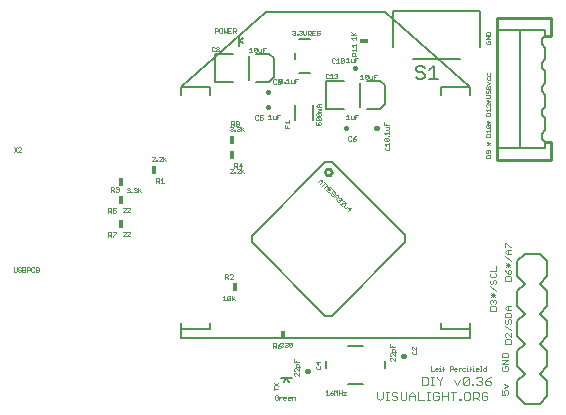
<source format=gto>
G75*
G70*
%OFA0B0*%
%FSLAX24Y24*%
%IPPOS*%
%LPD*%
%AMOC8*
5,1,8,0,0,1.08239X$1,22.5*
%
%ADD10C,0.0010*%
%ADD11C,0.0020*%
%ADD12C,0.0030*%
%ADD13C,0.0160*%
%ADD14C,0.0080*%
%ADD15C,0.0050*%
%ADD16R,0.0280X0.0160*%
%ADD17R,0.0160X0.0280*%
%ADD18C,0.0100*%
D10*
X001630Y004806D02*
X001680Y004806D01*
X001705Y004831D01*
X001705Y004956D01*
X001752Y004931D02*
X001752Y004906D01*
X001777Y004881D01*
X001827Y004881D01*
X001852Y004856D01*
X001852Y004831D01*
X001827Y004806D01*
X001777Y004806D01*
X001752Y004831D01*
X001752Y004931D02*
X001777Y004956D01*
X001827Y004956D01*
X001852Y004931D01*
X001900Y004956D02*
X001975Y004956D01*
X002000Y004931D01*
X002000Y004906D01*
X001975Y004881D01*
X001900Y004881D01*
X001975Y004881D02*
X002000Y004856D01*
X002000Y004831D01*
X001975Y004806D01*
X001900Y004806D01*
X001900Y004956D01*
X002047Y004956D02*
X002047Y004806D01*
X002047Y004856D02*
X002122Y004856D01*
X002147Y004881D01*
X002147Y004931D01*
X002122Y004956D01*
X002047Y004956D01*
X002194Y004931D02*
X002194Y004831D01*
X002219Y004806D01*
X002269Y004806D01*
X002294Y004831D01*
X002342Y004806D02*
X002417Y004806D01*
X002442Y004831D01*
X002442Y004856D01*
X002417Y004881D01*
X002342Y004881D01*
X002294Y004931D02*
X002269Y004956D01*
X002219Y004956D01*
X002194Y004931D01*
X002342Y004956D02*
X002417Y004956D01*
X002442Y004931D01*
X002442Y004906D01*
X002417Y004881D01*
X002342Y004806D02*
X002342Y004956D01*
X001630Y004806D02*
X001605Y004831D01*
X001605Y004956D01*
X004760Y005971D02*
X004760Y006121D01*
X004835Y006121D01*
X004860Y006096D01*
X004860Y006046D01*
X004835Y006021D01*
X004760Y006021D01*
X004810Y006021D02*
X004860Y005971D01*
X004908Y005971D02*
X004908Y005996D01*
X005008Y006096D01*
X005008Y006121D01*
X004908Y006121D01*
X005235Y006121D02*
X005260Y006146D01*
X005310Y006146D01*
X005335Y006121D01*
X005335Y006096D01*
X005235Y005996D01*
X005335Y005996D01*
X005383Y005996D02*
X005483Y006096D01*
X005483Y006121D01*
X005458Y006146D01*
X005408Y006146D01*
X005383Y006121D01*
X005383Y005996D02*
X005483Y005996D01*
X005483Y006796D02*
X005383Y006796D01*
X005483Y006896D01*
X005483Y006921D01*
X005458Y006946D01*
X005408Y006946D01*
X005383Y006921D01*
X005335Y006921D02*
X005310Y006946D01*
X005260Y006946D01*
X005235Y006921D01*
X005335Y006921D02*
X005335Y006896D01*
X005235Y006796D01*
X005335Y006796D01*
X005008Y006796D02*
X004983Y006771D01*
X004933Y006771D01*
X004908Y006796D01*
X004908Y006846D02*
X004958Y006871D01*
X004983Y006871D01*
X005008Y006846D01*
X005008Y006796D01*
X004908Y006846D02*
X004908Y006921D01*
X005008Y006921D01*
X004860Y006896D02*
X004860Y006846D01*
X004835Y006821D01*
X004760Y006821D01*
X004760Y006771D02*
X004760Y006921D01*
X004835Y006921D01*
X004860Y006896D01*
X004810Y006821D02*
X004860Y006771D01*
X004855Y007481D02*
X004855Y007631D01*
X004930Y007631D01*
X004955Y007606D01*
X004955Y007556D01*
X004930Y007531D01*
X004855Y007531D01*
X004905Y007531D02*
X004955Y007481D01*
X005002Y007506D02*
X005027Y007481D01*
X005077Y007481D01*
X005102Y007506D01*
X005102Y007531D01*
X005077Y007556D01*
X005052Y007556D01*
X005077Y007556D02*
X005102Y007581D01*
X005102Y007606D01*
X005077Y007631D01*
X005027Y007631D01*
X005002Y007606D01*
X005380Y007581D02*
X005405Y007606D01*
X005455Y007606D01*
X005480Y007581D01*
X005480Y007556D01*
X005455Y007531D01*
X005480Y007506D01*
X005480Y007481D01*
X005455Y007456D01*
X005405Y007456D01*
X005380Y007481D01*
X005430Y007531D02*
X005455Y007531D01*
X005527Y007481D02*
X005552Y007481D01*
X005552Y007456D01*
X005527Y007456D01*
X005527Y007481D01*
X005601Y007481D02*
X005626Y007456D01*
X005676Y007456D01*
X005701Y007481D01*
X005701Y007506D01*
X005676Y007531D01*
X005651Y007531D01*
X005676Y007531D02*
X005701Y007556D01*
X005701Y007581D01*
X005676Y007606D01*
X005626Y007606D01*
X005601Y007581D01*
X005748Y007606D02*
X005748Y007456D01*
X005748Y007506D02*
X005848Y007606D01*
X005773Y007531D02*
X005848Y007456D01*
X006360Y007771D02*
X006360Y007921D01*
X006435Y007921D01*
X006460Y007896D01*
X006460Y007846D01*
X006435Y007821D01*
X006360Y007821D01*
X006410Y007821D02*
X006460Y007771D01*
X006508Y007771D02*
X006608Y007771D01*
X006558Y007771D02*
X006558Y007921D01*
X006508Y007871D01*
X006535Y008496D02*
X006435Y008496D01*
X006535Y008596D01*
X006535Y008621D01*
X006510Y008646D01*
X006460Y008646D01*
X006435Y008621D01*
X006387Y008521D02*
X006387Y008496D01*
X006362Y008496D01*
X006362Y008521D01*
X006387Y008521D01*
X006314Y008496D02*
X006214Y008496D01*
X006314Y008596D01*
X006314Y008621D01*
X006289Y008646D01*
X006239Y008646D01*
X006214Y008621D01*
X006583Y008646D02*
X006583Y008496D01*
X006583Y008546D02*
X006683Y008646D01*
X006608Y008571D02*
X006683Y008496D01*
X008814Y008221D02*
X008839Y008246D01*
X008889Y008246D01*
X008914Y008221D01*
X008914Y008196D01*
X008814Y008096D01*
X008914Y008096D01*
X008962Y008096D02*
X008987Y008096D01*
X008987Y008121D01*
X008962Y008121D01*
X008962Y008096D01*
X009035Y008096D02*
X009135Y008196D01*
X009135Y008221D01*
X009110Y008246D01*
X009060Y008246D01*
X009035Y008221D01*
X009060Y008271D02*
X009010Y008321D01*
X009035Y008321D02*
X008960Y008321D01*
X008960Y008271D02*
X008960Y008421D01*
X009035Y008421D01*
X009060Y008396D01*
X009060Y008346D01*
X009035Y008321D01*
X009108Y008346D02*
X009208Y008346D01*
X009183Y008421D02*
X009108Y008346D01*
X009183Y008271D02*
X009183Y008421D01*
X009183Y008246D02*
X009183Y008096D01*
X009135Y008096D02*
X009035Y008096D01*
X009183Y008146D02*
X009283Y008246D01*
X009208Y008171D02*
X009283Y008096D01*
X009283Y009496D02*
X009208Y009571D01*
X009183Y009546D02*
X009283Y009646D01*
X009183Y009646D02*
X009183Y009496D01*
X009135Y009521D02*
X009110Y009496D01*
X009060Y009496D01*
X009035Y009521D01*
X008987Y009521D02*
X008987Y009496D01*
X008962Y009496D01*
X008962Y009521D01*
X008987Y009521D01*
X008914Y009521D02*
X008889Y009496D01*
X008839Y009496D01*
X008814Y009521D01*
X008864Y009571D02*
X008889Y009571D01*
X008914Y009546D01*
X008914Y009521D01*
X008889Y009571D02*
X008914Y009596D01*
X008914Y009621D01*
X008889Y009646D01*
X008839Y009646D01*
X008814Y009621D01*
X008860Y009671D02*
X008860Y009821D01*
X008935Y009821D01*
X008960Y009796D01*
X008960Y009746D01*
X008935Y009721D01*
X008860Y009721D01*
X008910Y009721D02*
X008960Y009671D01*
X009008Y009696D02*
X009008Y009721D01*
X009033Y009746D01*
X009083Y009746D01*
X009108Y009721D01*
X009108Y009696D01*
X009083Y009671D01*
X009033Y009671D01*
X009008Y009696D01*
X009033Y009746D02*
X009008Y009771D01*
X009008Y009796D01*
X009033Y009821D01*
X009083Y009821D01*
X009108Y009796D01*
X009108Y009771D01*
X009083Y009746D01*
X009060Y009646D02*
X009110Y009646D01*
X009135Y009621D01*
X009135Y009596D01*
X009110Y009571D01*
X009135Y009546D01*
X009135Y009521D01*
X009110Y009571D02*
X009085Y009571D01*
X009035Y009621D02*
X009060Y009646D01*
X009660Y009896D02*
X009685Y009871D01*
X009735Y009871D01*
X009760Y009896D01*
X009808Y009896D02*
X009833Y009871D01*
X009883Y009871D01*
X009908Y009896D01*
X009908Y009946D01*
X009883Y009971D01*
X009858Y009971D01*
X009808Y009946D01*
X009808Y010021D01*
X009908Y010021D01*
X009760Y009996D02*
X009735Y010021D01*
X009685Y010021D01*
X009660Y009996D01*
X009660Y009896D01*
X010088Y009896D02*
X010188Y009896D01*
X010138Y009896D02*
X010138Y010046D01*
X010088Y009996D01*
X010235Y009996D02*
X010235Y009921D01*
X010260Y009896D01*
X010335Y009896D01*
X010335Y009996D01*
X010383Y009971D02*
X010433Y009971D01*
X010383Y010046D02*
X010483Y010046D01*
X010383Y010046D02*
X010383Y009896D01*
X010645Y009803D02*
X010795Y009803D01*
X010795Y009753D02*
X010795Y009853D01*
X010695Y009753D02*
X010645Y009803D01*
X010645Y009706D02*
X010645Y009606D01*
X010795Y009606D01*
X010720Y009606D02*
X010720Y009656D01*
X011695Y009706D02*
X011770Y009706D01*
X011745Y009756D01*
X011745Y009781D01*
X011770Y009806D01*
X011820Y009806D01*
X011845Y009781D01*
X011845Y009731D01*
X011820Y009706D01*
X011695Y009706D02*
X011695Y009806D01*
X011720Y009853D02*
X011695Y009878D01*
X011695Y009928D01*
X011720Y009953D01*
X011820Y009853D01*
X011845Y009878D01*
X011845Y009928D01*
X011820Y009953D01*
X011720Y009953D01*
X011720Y010000D02*
X011695Y010025D01*
X011695Y010075D01*
X011720Y010100D01*
X011820Y010000D01*
X011845Y010025D01*
X011845Y010075D01*
X011820Y010100D01*
X011720Y010100D01*
X011745Y010148D02*
X011745Y010173D01*
X011770Y010198D01*
X011745Y010223D01*
X011770Y010248D01*
X011845Y010248D01*
X011845Y010295D02*
X011745Y010295D01*
X011695Y010345D01*
X011745Y010395D01*
X011845Y010395D01*
X011770Y010395D02*
X011770Y010295D01*
X011770Y010198D02*
X011845Y010198D01*
X011845Y010148D02*
X011745Y010148D01*
X011720Y010000D02*
X011820Y010000D01*
X011820Y009853D02*
X011720Y009853D01*
X012688Y009896D02*
X012788Y009896D01*
X012738Y009896D02*
X012738Y010046D01*
X012688Y009996D01*
X012835Y009996D02*
X012835Y009921D01*
X012860Y009896D01*
X012935Y009896D01*
X012935Y009996D01*
X012983Y009971D02*
X013033Y009971D01*
X012983Y010046D02*
X013083Y010046D01*
X012983Y010046D02*
X012983Y009896D01*
X013008Y009321D02*
X012958Y009296D01*
X012908Y009246D01*
X012983Y009246D01*
X013008Y009221D01*
X013008Y009196D01*
X012983Y009171D01*
X012933Y009171D01*
X012908Y009196D01*
X012908Y009246D01*
X012860Y009296D02*
X012835Y009321D01*
X012785Y009321D01*
X012760Y009296D01*
X012760Y009196D01*
X012785Y009171D01*
X012835Y009171D01*
X012860Y009196D01*
X013955Y009193D02*
X013980Y009168D01*
X014080Y009168D01*
X013980Y009268D01*
X014080Y009268D01*
X014105Y009243D01*
X014105Y009193D01*
X014080Y009168D01*
X014130Y009108D02*
X014130Y009008D01*
X014130Y009058D02*
X013980Y009058D01*
X014030Y009008D01*
X014005Y008961D02*
X013980Y008936D01*
X013980Y008886D01*
X014005Y008861D01*
X014105Y008861D01*
X014130Y008886D01*
X014130Y008936D01*
X014105Y008961D01*
X013955Y009193D02*
X013955Y009243D01*
X013980Y009268D01*
X014080Y009315D02*
X014080Y009340D01*
X014105Y009340D01*
X014105Y009315D01*
X014080Y009315D01*
X014105Y009389D02*
X014105Y009489D01*
X014105Y009439D02*
X013955Y009439D01*
X014005Y009389D01*
X014005Y009536D02*
X014080Y009536D01*
X014105Y009561D01*
X014105Y009636D01*
X014005Y009636D01*
X014030Y009683D02*
X014030Y009733D01*
X014105Y009683D02*
X013955Y009683D01*
X013955Y009783D01*
X013608Y011230D02*
X013608Y011380D01*
X013708Y011380D01*
X013658Y011305D02*
X013608Y011305D01*
X013560Y011330D02*
X013560Y011230D01*
X013485Y011230D01*
X013460Y011255D01*
X013460Y011330D01*
X013413Y011355D02*
X013313Y011255D01*
X013338Y011230D01*
X013388Y011230D01*
X013413Y011255D01*
X013413Y011355D01*
X013388Y011380D01*
X013338Y011380D01*
X013313Y011355D01*
X013313Y011255D01*
X013266Y011230D02*
X013166Y011230D01*
X013216Y011230D02*
X013216Y011380D01*
X013166Y011330D01*
X012983Y011796D02*
X012983Y011946D01*
X013083Y011946D01*
X013030Y012014D02*
X012880Y012014D01*
X012880Y012089D01*
X012905Y012114D01*
X012955Y012114D01*
X012980Y012089D01*
X012980Y012014D01*
X012980Y012064D02*
X013030Y012114D01*
X013030Y012161D02*
X013030Y012261D01*
X013030Y012308D02*
X013030Y012408D01*
X013030Y012358D02*
X012880Y012358D01*
X012930Y012308D01*
X012880Y012211D02*
X013030Y012211D01*
X012930Y012161D02*
X012880Y012211D01*
X012738Y011946D02*
X012738Y011796D01*
X012688Y011796D02*
X012788Y011796D01*
X012835Y011821D02*
X012860Y011796D01*
X012935Y011796D01*
X012935Y011896D01*
X012983Y011871D02*
X013033Y011871D01*
X012835Y011896D02*
X012835Y011821D01*
X012738Y011946D02*
X012688Y011896D01*
X012608Y011896D02*
X012583Y011921D01*
X012533Y011921D01*
X012508Y011896D01*
X012508Y011796D01*
X012608Y011896D01*
X012608Y011796D01*
X012583Y011771D01*
X012533Y011771D01*
X012508Y011796D01*
X012460Y011771D02*
X012360Y011771D01*
X012410Y011771D02*
X012410Y011921D01*
X012360Y011871D01*
X012313Y011896D02*
X012288Y011921D01*
X012238Y011921D01*
X012213Y011896D01*
X012213Y011796D01*
X012238Y011771D01*
X012288Y011771D01*
X012313Y011796D01*
X012325Y011399D02*
X012375Y011399D01*
X012400Y011374D01*
X012400Y011349D01*
X012375Y011324D01*
X012400Y011299D01*
X012400Y011274D01*
X012375Y011249D01*
X012325Y011249D01*
X012300Y011274D01*
X012252Y011249D02*
X012152Y011249D01*
X012202Y011249D02*
X012202Y011399D01*
X012152Y011349D01*
X012105Y011374D02*
X012080Y011399D01*
X012030Y011399D01*
X012005Y011374D01*
X012005Y011274D01*
X012030Y011249D01*
X012080Y011249D01*
X012105Y011274D01*
X012300Y011374D02*
X012325Y011399D01*
X012350Y011324D02*
X012375Y011324D01*
X011083Y011246D02*
X010983Y011246D01*
X010983Y011096D01*
X010935Y011096D02*
X010935Y011196D01*
X010983Y011171D02*
X011033Y011171D01*
X010935Y011096D02*
X010860Y011096D01*
X010835Y011121D01*
X010835Y011196D01*
X010738Y011246D02*
X010738Y011096D01*
X010688Y011096D02*
X010788Y011096D01*
X010688Y011196D02*
X010738Y011246D01*
X010639Y011121D02*
X010639Y011096D01*
X010614Y011096D01*
X010614Y011121D01*
X010639Y011121D01*
X010567Y011121D02*
X010542Y011096D01*
X010492Y011096D01*
X010467Y011121D01*
X010567Y011221D01*
X010567Y011121D01*
X010508Y011146D02*
X010433Y011146D01*
X010408Y011171D01*
X010408Y011196D01*
X010433Y011221D01*
X010483Y011221D01*
X010508Y011196D01*
X010508Y011096D01*
X010483Y011071D01*
X010433Y011071D01*
X010408Y011096D01*
X010360Y011096D02*
X010335Y011071D01*
X010285Y011071D01*
X010260Y011096D01*
X010260Y011196D01*
X010285Y011221D01*
X010335Y011221D01*
X010360Y011196D01*
X010467Y011221D02*
X010492Y011246D01*
X010542Y011246D01*
X010567Y011221D01*
X010467Y011221D02*
X010467Y011121D01*
X009908Y012130D02*
X009908Y012280D01*
X010008Y012280D01*
X009958Y012205D02*
X009908Y012205D01*
X009860Y012230D02*
X009860Y012130D01*
X009785Y012130D01*
X009760Y012155D01*
X009760Y012230D01*
X009713Y012255D02*
X009613Y012155D01*
X009638Y012130D01*
X009688Y012130D01*
X009713Y012155D01*
X009713Y012255D01*
X009688Y012280D01*
X009638Y012280D01*
X009613Y012255D01*
X009613Y012155D01*
X009566Y012130D02*
X009466Y012130D01*
X009516Y012130D02*
X009516Y012280D01*
X009466Y012230D01*
X009008Y012771D02*
X008958Y012821D01*
X008983Y012821D02*
X008908Y012821D01*
X008908Y012771D02*
X008908Y012921D01*
X008983Y012921D01*
X009008Y012896D01*
X009008Y012846D01*
X008983Y012821D01*
X008860Y012771D02*
X008760Y012771D01*
X008760Y012921D01*
X008860Y012921D01*
X008810Y012846D02*
X008760Y012846D01*
X008713Y012771D02*
X008713Y012921D01*
X008613Y012921D02*
X008613Y012771D01*
X008663Y012821D01*
X008713Y012771D01*
X008566Y012796D02*
X008566Y012896D01*
X008541Y012921D01*
X008491Y012921D01*
X008466Y012896D01*
X008466Y012796D01*
X008491Y012771D01*
X008541Y012771D01*
X008566Y012796D01*
X008418Y012846D02*
X008393Y012821D01*
X008318Y012821D01*
X008318Y012771D02*
X008318Y012921D01*
X008393Y012921D01*
X008418Y012896D01*
X008418Y012846D01*
X008427Y012299D02*
X008452Y012274D01*
X008452Y012249D01*
X008427Y012224D01*
X008377Y012224D01*
X008352Y012249D01*
X008352Y012274D01*
X008377Y012299D01*
X008427Y012299D01*
X008427Y012224D02*
X008452Y012199D01*
X008452Y012174D01*
X008427Y012149D01*
X008377Y012149D01*
X008352Y012174D01*
X008352Y012199D01*
X008377Y012224D01*
X008305Y012174D02*
X008280Y012149D01*
X008230Y012149D01*
X008205Y012174D01*
X008205Y012274D01*
X008230Y012299D01*
X008280Y012299D01*
X008305Y012274D01*
X010897Y012721D02*
X010922Y012696D01*
X010972Y012696D01*
X010997Y012721D01*
X010997Y012746D01*
X010972Y012771D01*
X010947Y012771D01*
X010972Y012771D02*
X010997Y012796D01*
X010997Y012821D01*
X010972Y012846D01*
X010922Y012846D01*
X010897Y012821D01*
X011045Y012721D02*
X011070Y012721D01*
X011070Y012696D01*
X011045Y012696D01*
X011045Y012721D01*
X011118Y012721D02*
X011143Y012696D01*
X011193Y012696D01*
X011218Y012721D01*
X011218Y012746D01*
X011193Y012771D01*
X011168Y012771D01*
X011193Y012771D02*
X011218Y012796D01*
X011218Y012821D01*
X011193Y012846D01*
X011143Y012846D01*
X011118Y012821D01*
X011266Y012846D02*
X011266Y012746D01*
X011316Y012696D01*
X011366Y012746D01*
X011366Y012846D01*
X011413Y012846D02*
X011488Y012846D01*
X011513Y012821D01*
X011513Y012771D01*
X011488Y012746D01*
X011413Y012746D01*
X011463Y012746D02*
X011513Y012696D01*
X011560Y012696D02*
X011660Y012696D01*
X011708Y012721D02*
X011708Y012821D01*
X011733Y012846D01*
X011783Y012846D01*
X011808Y012821D01*
X011808Y012771D02*
X011758Y012771D01*
X011808Y012771D02*
X011808Y012721D01*
X011783Y012696D01*
X011733Y012696D01*
X011708Y012721D01*
X011610Y012771D02*
X011560Y012771D01*
X011560Y012846D02*
X011560Y012696D01*
X011413Y012696D02*
X011413Y012846D01*
X011560Y012846D02*
X011660Y012846D01*
X012855Y012783D02*
X012955Y012683D01*
X012930Y012708D02*
X013005Y012783D01*
X013005Y012683D02*
X012855Y012683D01*
X012855Y012586D02*
X013005Y012586D01*
X013005Y012536D02*
X013005Y012636D01*
X012905Y012536D02*
X012855Y012586D01*
X017345Y012553D02*
X017495Y012653D01*
X017345Y012653D01*
X017345Y012700D02*
X017345Y012775D01*
X017370Y012800D01*
X017470Y012800D01*
X017495Y012775D01*
X017495Y012700D01*
X017345Y012700D01*
X017345Y012553D02*
X017495Y012553D01*
X017470Y012506D02*
X017420Y012506D01*
X017420Y012456D01*
X017470Y012506D02*
X017495Y012481D01*
X017495Y012431D01*
X017470Y012406D01*
X017370Y012406D01*
X017345Y012431D01*
X017345Y012481D01*
X017370Y012506D01*
X017395Y011442D02*
X017395Y011367D01*
X017420Y011342D01*
X017470Y011342D01*
X017495Y011367D01*
X017495Y011442D01*
X017495Y011295D02*
X017495Y011220D01*
X017470Y011195D01*
X017420Y011195D01*
X017395Y011220D01*
X017395Y011295D01*
X017395Y011148D02*
X017495Y011098D01*
X017395Y011048D01*
X017395Y011000D02*
X017420Y010975D01*
X017420Y010900D01*
X017445Y010853D02*
X017470Y010853D01*
X017495Y010828D01*
X017495Y010778D01*
X017470Y010753D01*
X017470Y010706D02*
X017345Y010706D01*
X017370Y010753D02*
X017395Y010753D01*
X017420Y010778D01*
X017420Y010828D01*
X017445Y010853D01*
X017495Y010900D02*
X017345Y010900D01*
X017345Y010975D01*
X017370Y011000D01*
X017395Y011000D01*
X017420Y010975D02*
X017445Y011000D01*
X017470Y011000D01*
X017495Y010975D01*
X017495Y010900D01*
X017370Y010853D02*
X017345Y010828D01*
X017345Y010778D01*
X017370Y010753D01*
X017470Y010706D02*
X017495Y010681D01*
X017495Y010631D01*
X017470Y010606D01*
X017345Y010606D01*
X017370Y010548D02*
X017470Y010448D01*
X017470Y010400D02*
X017495Y010375D01*
X017495Y010325D01*
X017470Y010300D01*
X017495Y010253D02*
X017495Y010153D01*
X017495Y010203D02*
X017345Y010203D01*
X017395Y010153D01*
X017370Y010106D02*
X017345Y010081D01*
X017345Y010006D01*
X017495Y010006D01*
X017495Y010081D01*
X017470Y010106D01*
X017370Y010106D01*
X017370Y010300D02*
X017345Y010325D01*
X017345Y010375D01*
X017370Y010400D01*
X017395Y010400D01*
X017420Y010375D01*
X017445Y010400D01*
X017470Y010400D01*
X017420Y010375D02*
X017420Y010350D01*
X017420Y010448D02*
X017420Y010548D01*
X017470Y010548D02*
X017370Y010448D01*
X017370Y010498D02*
X017470Y010498D01*
X017470Y009848D02*
X017370Y009748D01*
X017370Y009700D02*
X017470Y009600D01*
X017495Y009625D01*
X017495Y009675D01*
X017470Y009700D01*
X017370Y009700D01*
X017345Y009675D01*
X017345Y009625D01*
X017370Y009600D01*
X017470Y009600D01*
X017495Y009553D02*
X017495Y009453D01*
X017495Y009503D02*
X017345Y009503D01*
X017395Y009453D01*
X017370Y009406D02*
X017345Y009381D01*
X017345Y009306D01*
X017495Y009306D01*
X017495Y009381D01*
X017470Y009406D01*
X017370Y009406D01*
X017370Y009148D02*
X017470Y009048D01*
X017470Y009098D02*
X017370Y009098D01*
X017370Y009048D02*
X017470Y009148D01*
X017420Y009148D02*
X017420Y009048D01*
X017420Y008853D02*
X017420Y008778D01*
X017395Y008753D01*
X017370Y008753D01*
X017345Y008778D01*
X017345Y008828D01*
X017370Y008853D01*
X017470Y008853D01*
X017495Y008828D01*
X017495Y008778D01*
X017470Y008753D01*
X017470Y008706D02*
X017370Y008706D01*
X017345Y008681D01*
X017345Y008606D01*
X017495Y008606D01*
X017495Y008681D01*
X017470Y008706D01*
X017470Y009748D02*
X017370Y009848D01*
X017420Y009848D02*
X017420Y009748D01*
X017470Y009798D02*
X017370Y009798D01*
X012849Y006927D02*
X012743Y006820D01*
X012813Y006856D02*
X012742Y006926D01*
X012849Y006927D01*
X012762Y007013D02*
X012674Y006924D01*
X012638Y006924D01*
X012603Y006960D01*
X012603Y006995D01*
X012691Y007084D01*
X012640Y007099D02*
X012640Y007135D01*
X012604Y007170D01*
X012569Y007170D01*
X012536Y007203D02*
X012518Y007185D01*
X012482Y007185D01*
X012483Y007150D01*
X012465Y007132D01*
X012429Y007132D01*
X012394Y007168D01*
X012394Y007203D01*
X012343Y007219D02*
X012414Y007289D01*
X012413Y007360D01*
X012343Y007360D01*
X012272Y007289D01*
X012256Y007340D02*
X012291Y007376D01*
X012256Y007411D01*
X012256Y007340D02*
X012221Y007340D01*
X012185Y007376D01*
X012185Y007411D01*
X012256Y007482D01*
X012291Y007482D01*
X012327Y007447D01*
X012327Y007411D01*
X012325Y007342D02*
X012396Y007272D01*
X012465Y007274D02*
X012500Y007274D01*
X012535Y007239D01*
X012536Y007203D01*
X012482Y007185D02*
X012465Y007203D01*
X012481Y007081D02*
X012622Y007082D01*
X012640Y007099D01*
X012552Y007011D02*
X012481Y007081D01*
X012134Y007427D02*
X012063Y007497D01*
X012169Y007604D01*
X012240Y007533D01*
X012152Y007515D02*
X012116Y007550D01*
X012030Y007531D02*
X012136Y007637D01*
X012065Y007637D01*
X012065Y007708D01*
X011959Y007601D01*
X011890Y007670D02*
X011996Y007776D01*
X012031Y007741D02*
X011961Y007812D01*
X011892Y007809D02*
X011821Y007739D01*
X011874Y007792D02*
X011803Y007862D01*
X011821Y007880D02*
X011892Y007880D01*
X011892Y007809D01*
X011821Y007880D02*
X011750Y007809D01*
X008877Y004731D02*
X008827Y004731D01*
X008802Y004706D01*
X008755Y004706D02*
X008755Y004656D01*
X008730Y004631D01*
X008655Y004631D01*
X008705Y004631D02*
X008755Y004581D01*
X008802Y004581D02*
X008902Y004681D01*
X008902Y004706D01*
X008877Y004731D01*
X008755Y004706D02*
X008730Y004731D01*
X008655Y004731D01*
X008655Y004581D01*
X008802Y004581D02*
X008902Y004581D01*
X008875Y004006D02*
X008875Y003856D01*
X008875Y003906D02*
X008975Y004006D01*
X008900Y003931D02*
X008975Y003856D01*
X008827Y003881D02*
X008802Y003856D01*
X008752Y003856D01*
X008727Y003881D01*
X008827Y003981D01*
X008827Y003881D01*
X008727Y003881D02*
X008727Y003981D01*
X008752Y004006D01*
X008802Y004006D01*
X008827Y003981D01*
X008680Y003856D02*
X008580Y003856D01*
X008630Y003856D02*
X008630Y004006D01*
X008580Y003956D01*
X010488Y002421D02*
X010513Y002446D01*
X010563Y002446D01*
X010588Y002421D01*
X010588Y002396D01*
X010563Y002371D01*
X010588Y002346D01*
X010588Y002321D01*
X010563Y002296D01*
X010513Y002296D01*
X010488Y002321D01*
X010508Y002321D02*
X010483Y002346D01*
X010408Y002346D01*
X010408Y002296D01*
X010433Y002271D01*
X010483Y002271D01*
X010508Y002296D01*
X010508Y002321D01*
X010538Y002371D02*
X010563Y002371D01*
X010508Y002421D02*
X010458Y002396D01*
X010408Y002346D01*
X010360Y002346D02*
X010335Y002321D01*
X010260Y002321D01*
X010260Y002271D02*
X010260Y002421D01*
X010335Y002421D01*
X010360Y002396D01*
X010360Y002346D01*
X010310Y002321D02*
X010360Y002271D01*
X010635Y002321D02*
X010660Y002296D01*
X010710Y002296D01*
X010735Y002321D01*
X010735Y002346D01*
X010710Y002371D01*
X010685Y002371D01*
X010710Y002371D02*
X010735Y002396D01*
X010735Y002421D01*
X010710Y002446D01*
X010660Y002446D01*
X010635Y002421D01*
X010783Y002421D02*
X010808Y002446D01*
X010858Y002446D01*
X010883Y002421D01*
X010783Y002321D01*
X010808Y002296D01*
X010858Y002296D01*
X010883Y002321D01*
X010883Y002421D01*
X010783Y002421D02*
X010783Y002321D01*
X010955Y001883D02*
X010955Y001783D01*
X011105Y001783D01*
X011080Y001736D02*
X011105Y001711D01*
X011105Y001636D01*
X011105Y001589D02*
X011105Y001489D01*
X011005Y001589D01*
X010980Y001589D01*
X010955Y001564D01*
X010955Y001514D01*
X010980Y001489D01*
X010980Y001441D02*
X010955Y001416D01*
X010955Y001366D01*
X010980Y001341D01*
X010980Y001441D02*
X011005Y001441D01*
X011105Y001341D01*
X011105Y001441D01*
X011155Y001636D02*
X011005Y001636D01*
X011005Y001711D01*
X011030Y001736D01*
X011080Y001736D01*
X011030Y001783D02*
X011030Y001833D01*
X011680Y001783D02*
X011755Y001708D01*
X011755Y001808D01*
X011830Y001783D02*
X011680Y001783D01*
X011705Y001661D02*
X011680Y001636D01*
X011680Y001586D01*
X011705Y001561D01*
X011805Y001561D01*
X011830Y001586D01*
X011830Y001636D01*
X011805Y001661D01*
X012055Y000856D02*
X012055Y000706D01*
X012005Y000706D02*
X012105Y000706D01*
X012152Y000731D02*
X012177Y000706D01*
X012227Y000706D01*
X012252Y000731D01*
X012252Y000756D01*
X012227Y000781D01*
X012152Y000781D01*
X012152Y000731D01*
X012152Y000781D02*
X012202Y000831D01*
X012252Y000856D01*
X012300Y000856D02*
X012300Y000706D01*
X012400Y000706D02*
X012400Y000856D01*
X012350Y000806D01*
X012300Y000856D01*
X012447Y000856D02*
X012447Y000706D01*
X012447Y000781D02*
X012547Y000781D01*
X012594Y000806D02*
X012694Y000806D01*
X012594Y000706D01*
X012694Y000706D01*
X012547Y000706D02*
X012547Y000856D01*
X012055Y000856D02*
X012005Y000806D01*
X010983Y000621D02*
X010983Y000546D01*
X010983Y000621D02*
X010958Y000646D01*
X010883Y000646D01*
X010883Y000546D01*
X010835Y000596D02*
X010735Y000596D01*
X010735Y000621D02*
X010760Y000646D01*
X010810Y000646D01*
X010835Y000621D01*
X010835Y000596D01*
X010810Y000546D02*
X010760Y000546D01*
X010735Y000571D01*
X010735Y000621D01*
X010688Y000621D02*
X010688Y000596D01*
X010588Y000596D01*
X010588Y000621D02*
X010613Y000646D01*
X010663Y000646D01*
X010688Y000621D01*
X010663Y000546D02*
X010613Y000546D01*
X010588Y000571D01*
X010588Y000621D01*
X010540Y000646D02*
X010515Y000646D01*
X010465Y000596D01*
X010465Y000546D02*
X010465Y000646D01*
X010418Y000671D02*
X010393Y000696D01*
X010343Y000696D01*
X010318Y000671D01*
X010318Y000571D01*
X010343Y000546D01*
X010393Y000546D01*
X010418Y000571D01*
X010418Y000621D01*
X010368Y000621D01*
X010270Y000856D02*
X010270Y000956D01*
X010270Y001003D02*
X010420Y001103D01*
X010420Y001003D02*
X010270Y001103D01*
X010270Y000906D02*
X010420Y000906D01*
X014155Y001866D02*
X014180Y001841D01*
X014155Y001866D02*
X014155Y001916D01*
X014180Y001941D01*
X014205Y001941D01*
X014305Y001841D01*
X014305Y001941D01*
X014305Y001989D02*
X014205Y002089D01*
X014180Y002089D01*
X014155Y002064D01*
X014155Y002014D01*
X014180Y001989D01*
X014305Y001989D02*
X014305Y002089D01*
X014305Y002136D02*
X014305Y002211D01*
X014280Y002236D01*
X014230Y002236D01*
X014205Y002211D01*
X014205Y002136D01*
X014355Y002136D01*
X014305Y002283D02*
X014155Y002283D01*
X014155Y002383D01*
X014230Y002333D02*
X014230Y002283D01*
X014880Y002283D02*
X014880Y002233D01*
X014905Y002208D01*
X014905Y002161D02*
X014880Y002136D01*
X014880Y002086D01*
X014905Y002061D01*
X015005Y002061D01*
X015030Y002086D01*
X015030Y002136D01*
X015005Y002161D01*
X015030Y002208D02*
X014930Y002308D01*
X014905Y002308D01*
X014880Y002283D01*
X015030Y002308D02*
X015030Y002208D01*
X015505Y001656D02*
X015505Y001506D01*
X015605Y001506D01*
X015652Y001531D02*
X015652Y001581D01*
X015677Y001606D01*
X015727Y001606D01*
X015752Y001581D01*
X015752Y001556D01*
X015652Y001556D01*
X015652Y001531D02*
X015677Y001506D01*
X015727Y001506D01*
X015800Y001506D02*
X015850Y001506D01*
X015825Y001506D02*
X015825Y001606D01*
X015800Y001606D01*
X015825Y001656D02*
X015825Y001681D01*
X015923Y001631D02*
X015948Y001656D01*
X015923Y001631D02*
X015923Y001506D01*
X015898Y001581D02*
X015948Y001581D01*
X016143Y001556D02*
X016218Y001556D01*
X016243Y001581D01*
X016243Y001631D01*
X016218Y001656D01*
X016143Y001656D01*
X016143Y001506D01*
X016291Y001531D02*
X016291Y001581D01*
X016316Y001606D01*
X016366Y001606D01*
X016391Y001581D01*
X016391Y001556D01*
X016291Y001556D01*
X016291Y001531D02*
X016316Y001506D01*
X016366Y001506D01*
X016438Y001506D02*
X016438Y001606D01*
X016488Y001606D02*
X016513Y001606D01*
X016488Y001606D02*
X016438Y001556D01*
X016561Y001581D02*
X016561Y001531D01*
X016586Y001506D01*
X016661Y001506D01*
X016708Y001506D02*
X016758Y001506D01*
X016733Y001506D02*
X016733Y001606D01*
X016708Y001606D01*
X016661Y001606D02*
X016586Y001606D01*
X016561Y001581D01*
X016733Y001656D02*
X016733Y001681D01*
X016831Y001631D02*
X016831Y001506D01*
X016905Y001506D02*
X016955Y001506D01*
X016930Y001506D02*
X016930Y001606D01*
X016905Y001606D01*
X016856Y001581D02*
X016806Y001581D01*
X016831Y001631D02*
X016856Y001656D01*
X016930Y001656D02*
X016930Y001681D01*
X017003Y001581D02*
X017028Y001606D01*
X017078Y001606D01*
X017103Y001581D01*
X017103Y001556D01*
X017003Y001556D01*
X017003Y001531D02*
X017003Y001581D01*
X017003Y001531D02*
X017028Y001506D01*
X017078Y001506D01*
X017150Y001506D02*
X017200Y001506D01*
X017175Y001506D02*
X017175Y001656D01*
X017150Y001656D01*
X017248Y001581D02*
X017248Y001531D01*
X017273Y001506D01*
X017348Y001506D01*
X017348Y001656D01*
X017348Y001606D02*
X017273Y001606D01*
X017248Y001581D01*
X001852Y008806D02*
X001752Y008806D01*
X001852Y008906D01*
X001852Y008931D01*
X001827Y008956D01*
X001777Y008956D01*
X001752Y008931D01*
X001705Y008956D02*
X001605Y008806D01*
X001705Y008806D02*
X001605Y008956D01*
D11*
X017470Y004837D02*
X017690Y004837D01*
X017690Y004983D01*
X017653Y004762D02*
X017690Y004726D01*
X017690Y004652D01*
X017653Y004616D01*
X017507Y004616D01*
X017470Y004652D01*
X017470Y004726D01*
X017507Y004762D01*
X017507Y004541D02*
X017470Y004505D01*
X017470Y004431D01*
X017507Y004395D01*
X017543Y004395D01*
X017580Y004431D01*
X017580Y004505D01*
X017617Y004541D01*
X017653Y004541D01*
X017690Y004505D01*
X017690Y004431D01*
X017653Y004395D01*
X017470Y004320D02*
X017690Y004174D01*
X017653Y004099D02*
X017507Y003953D01*
X017580Y003953D02*
X017580Y004099D01*
X017507Y004099D02*
X017653Y003953D01*
X017653Y004026D02*
X017507Y004026D01*
X017507Y003878D02*
X017543Y003878D01*
X017580Y003842D01*
X017617Y003878D01*
X017653Y003878D01*
X017690Y003842D01*
X017690Y003768D01*
X017653Y003732D01*
X017653Y003657D02*
X017507Y003657D01*
X017470Y003621D01*
X017470Y003511D01*
X017690Y003511D01*
X017690Y003621D01*
X017653Y003657D01*
X017507Y003732D02*
X017470Y003768D01*
X017470Y003842D01*
X017507Y003878D01*
X017580Y003842D02*
X017580Y003805D01*
X017970Y003589D02*
X018043Y003662D01*
X018190Y003662D01*
X018080Y003662D02*
X018080Y003516D01*
X018043Y003516D02*
X017970Y003589D01*
X018043Y003516D02*
X018190Y003516D01*
X018153Y003441D02*
X018007Y003441D01*
X017970Y003405D01*
X017970Y003295D01*
X018190Y003295D01*
X018190Y003405D01*
X018153Y003441D01*
X018153Y003220D02*
X018190Y003184D01*
X018190Y003110D01*
X018153Y003074D01*
X018080Y003110D02*
X018080Y003184D01*
X018117Y003220D01*
X018153Y003220D01*
X018080Y003110D02*
X018043Y003074D01*
X018007Y003074D01*
X017970Y003110D01*
X017970Y003184D01*
X018007Y003220D01*
X017970Y002999D02*
X018190Y002853D01*
X018190Y002778D02*
X018190Y002632D01*
X018043Y002778D01*
X018007Y002778D01*
X017970Y002742D01*
X017970Y002668D01*
X018007Y002632D01*
X018007Y002557D02*
X017970Y002521D01*
X017970Y002411D01*
X018190Y002411D01*
X018190Y002521D01*
X018153Y002557D01*
X018007Y002557D01*
X018053Y002099D02*
X017907Y002099D01*
X017870Y002063D01*
X017870Y001953D01*
X018090Y001953D01*
X018090Y002063D01*
X018053Y002099D01*
X018090Y001878D02*
X017870Y001878D01*
X017870Y001732D02*
X018090Y001878D01*
X018090Y001732D02*
X017870Y001732D01*
X017907Y001657D02*
X017870Y001621D01*
X017870Y001547D01*
X017907Y001511D01*
X018053Y001511D01*
X018090Y001547D01*
X018090Y001621D01*
X018053Y001657D01*
X017980Y001657D01*
X017980Y001584D01*
X017943Y001078D02*
X018090Y001005D01*
X017943Y000932D01*
X017980Y000857D02*
X018053Y000857D01*
X018090Y000821D01*
X018090Y000747D01*
X018053Y000711D01*
X017980Y000711D02*
X017943Y000784D01*
X017943Y000821D01*
X017980Y000857D01*
X017870Y000857D02*
X017870Y000711D01*
X017980Y000711D01*
X017970Y004511D02*
X017970Y004621D01*
X018007Y004657D01*
X018153Y004657D01*
X018190Y004621D01*
X018190Y004511D01*
X017970Y004511D01*
X018080Y004732D02*
X018080Y004842D01*
X018117Y004878D01*
X018153Y004878D01*
X018190Y004842D01*
X018190Y004768D01*
X018153Y004732D01*
X018080Y004732D01*
X018007Y004805D01*
X017970Y004878D01*
X018007Y004953D02*
X018153Y005099D01*
X018153Y005026D02*
X018007Y005026D01*
X018007Y005099D02*
X018153Y004953D01*
X018080Y004953D02*
X018080Y005099D01*
X018190Y005174D02*
X017970Y005320D01*
X018043Y005395D02*
X017970Y005468D01*
X018043Y005541D01*
X018190Y005541D01*
X018190Y005616D02*
X018153Y005616D01*
X018007Y005762D01*
X017970Y005762D01*
X017970Y005616D01*
X018080Y005541D02*
X018080Y005395D01*
X018043Y005395D02*
X018190Y005395D01*
D12*
X017520Y001306D02*
X017423Y001258D01*
X017327Y001161D01*
X017472Y001161D01*
X017520Y001112D01*
X017520Y001064D01*
X017472Y001016D01*
X017375Y001016D01*
X017327Y001064D01*
X017327Y001161D01*
X017226Y001209D02*
X017177Y001161D01*
X017226Y001112D01*
X017226Y001064D01*
X017177Y001016D01*
X017080Y001016D01*
X017032Y001064D01*
X016933Y001064D02*
X016933Y001016D01*
X016885Y001016D01*
X016885Y001064D01*
X016933Y001064D01*
X016784Y001064D02*
X016784Y001258D01*
X016590Y001064D01*
X016638Y001016D01*
X016735Y001016D01*
X016784Y001064D01*
X016784Y001258D02*
X016735Y001306D01*
X016638Y001306D01*
X016590Y001258D01*
X016590Y001064D01*
X016489Y001209D02*
X016392Y001016D01*
X016295Y001209D01*
X015900Y001258D02*
X015900Y001306D01*
X015900Y001258D02*
X015803Y001161D01*
X015803Y001016D01*
X015803Y001161D02*
X015706Y001258D01*
X015706Y001306D01*
X015606Y001306D02*
X015510Y001306D01*
X015558Y001306D02*
X015558Y001016D01*
X015510Y001016D02*
X015606Y001016D01*
X015408Y001064D02*
X015408Y001258D01*
X015360Y001306D01*
X015215Y001306D01*
X015215Y001016D01*
X015360Y001016D01*
X015408Y001064D01*
X015385Y000806D02*
X015481Y000806D01*
X015433Y000806D02*
X015433Y000516D01*
X015385Y000516D02*
X015481Y000516D01*
X015581Y000564D02*
X015630Y000516D01*
X015726Y000516D01*
X015775Y000564D01*
X015775Y000661D01*
X015678Y000661D01*
X015775Y000758D02*
X015726Y000806D01*
X015630Y000806D01*
X015581Y000758D01*
X015581Y000564D01*
X015284Y000516D02*
X015090Y000516D01*
X015090Y000806D01*
X014989Y000709D02*
X014989Y000516D01*
X014989Y000661D02*
X014795Y000661D01*
X014795Y000709D02*
X014892Y000806D01*
X014989Y000709D01*
X014795Y000709D02*
X014795Y000516D01*
X014694Y000564D02*
X014694Y000806D01*
X014501Y000806D02*
X014501Y000564D01*
X014549Y000516D01*
X014646Y000516D01*
X014694Y000564D01*
X014400Y000564D02*
X014351Y000516D01*
X014254Y000516D01*
X014206Y000564D01*
X014254Y000661D02*
X014206Y000709D01*
X014206Y000758D01*
X014254Y000806D01*
X014351Y000806D01*
X014400Y000758D01*
X014351Y000661D02*
X014400Y000612D01*
X014400Y000564D01*
X014351Y000661D02*
X014254Y000661D01*
X014106Y000806D02*
X014010Y000806D01*
X014058Y000806D02*
X014058Y000516D01*
X014010Y000516D02*
X014106Y000516D01*
X013908Y000612D02*
X013908Y000806D01*
X013715Y000806D02*
X013715Y000612D01*
X013812Y000516D01*
X013908Y000612D01*
X015876Y000661D02*
X016069Y000661D01*
X016069Y000806D02*
X016069Y000516D01*
X015876Y000516D02*
X015876Y000806D01*
X016170Y000806D02*
X016364Y000806D01*
X016267Y000806D02*
X016267Y000516D01*
X016465Y000516D02*
X016513Y000516D01*
X016513Y000564D01*
X016465Y000564D01*
X016465Y000516D01*
X016612Y000564D02*
X016661Y000516D01*
X016758Y000516D01*
X016806Y000564D01*
X016806Y000758D01*
X016758Y000806D01*
X016661Y000806D01*
X016612Y000758D01*
X016612Y000564D01*
X016907Y000516D02*
X016907Y000806D01*
X017052Y000806D01*
X017101Y000758D01*
X017101Y000661D01*
X017052Y000612D01*
X016907Y000612D01*
X017004Y000612D02*
X017101Y000516D01*
X017202Y000564D02*
X017250Y000516D01*
X017347Y000516D01*
X017395Y000564D01*
X017395Y000661D01*
X017298Y000661D01*
X017202Y000758D02*
X017202Y000564D01*
X017202Y000758D02*
X017250Y000806D01*
X017347Y000806D01*
X017395Y000758D01*
X017177Y001161D02*
X017129Y001161D01*
X017226Y001209D02*
X017226Y001258D01*
X017177Y001306D01*
X017080Y001306D01*
X017032Y001258D01*
D13*
X014612Y002001D02*
X014588Y002001D01*
X011412Y001501D02*
X011388Y001501D01*
X012700Y009589D02*
X012700Y009613D01*
X013688Y009601D02*
X013712Y009601D01*
X013000Y011589D02*
X013000Y011613D01*
X010100Y010813D02*
X010100Y010789D01*
X010100Y010313D02*
X010100Y010289D01*
D14*
X011000Y010351D02*
X011000Y009851D01*
X011600Y009851D02*
X011600Y010351D01*
X012016Y010228D02*
X012016Y011173D01*
X012606Y011173D01*
X013394Y011173D02*
X013827Y011173D01*
X013984Y011016D01*
X013984Y010386D01*
X013827Y010228D01*
X013394Y010228D01*
X012606Y010228D02*
X012016Y010228D01*
X011469Y011441D02*
X011131Y011441D01*
X010981Y011895D02*
X010981Y012106D01*
X011131Y012561D02*
X011469Y012561D01*
X010284Y011916D02*
X010127Y012073D01*
X009694Y012073D01*
X010284Y011916D02*
X010284Y011286D01*
X010127Y011128D01*
X009694Y011128D01*
X008906Y011128D02*
X008316Y011128D01*
X008316Y012073D01*
X008906Y012073D01*
X009133Y012320D02*
X009133Y012501D01*
X009255Y012593D01*
X009133Y012682D02*
X009133Y012501D01*
X009139Y012491D02*
X009255Y012415D01*
X010031Y013467D02*
X007177Y010967D01*
X007177Y010711D01*
X007177Y010967D02*
X008161Y010967D01*
X008161Y010711D01*
X010031Y013467D02*
X013969Y013467D01*
X016823Y010967D01*
X015839Y010967D01*
X015839Y010711D01*
X016823Y010711D02*
X016823Y010967D01*
X016487Y011913D02*
X014913Y011913D01*
X014263Y012307D02*
X014263Y013488D01*
X017137Y013488D01*
X017137Y012307D01*
X012207Y008462D02*
X011984Y008462D01*
X009539Y006008D01*
X009539Y005785D01*
X011993Y003339D01*
X012216Y003340D01*
X014661Y005794D01*
X014661Y006016D01*
X012207Y008462D01*
X018400Y005151D02*
X018400Y004651D01*
X018650Y004401D01*
X018400Y004151D01*
X018400Y003651D01*
X018650Y003401D01*
X018400Y003151D01*
X018400Y002651D01*
X018650Y002401D01*
X018400Y002151D01*
X018400Y001651D01*
X018650Y001401D01*
X018400Y001151D01*
X018400Y000651D01*
X018650Y000401D01*
X019150Y000401D01*
X019400Y000651D01*
X019400Y001151D01*
X019150Y001401D01*
X019400Y001651D01*
X019400Y002151D01*
X019150Y002401D01*
X019400Y002651D01*
X019400Y003151D01*
X019150Y003401D01*
X019400Y003651D01*
X019400Y004151D01*
X019150Y004401D01*
X019400Y004651D01*
X019400Y005151D01*
X019150Y005401D01*
X018650Y005401D01*
X018400Y005151D01*
X016823Y003112D02*
X016823Y002896D01*
X015839Y002896D01*
X015839Y003112D01*
X016823Y002896D02*
X016823Y002601D01*
X007177Y002601D01*
X007177Y002896D01*
X008161Y002896D01*
X008161Y003112D01*
X007177Y003112D02*
X007177Y002896D01*
X010519Y001268D02*
X010700Y001268D01*
X010792Y001146D01*
X010881Y001268D02*
X010700Y001268D01*
X010690Y001261D02*
X010614Y001146D01*
X012016Y001583D02*
X012016Y001819D01*
X012764Y002331D02*
X013236Y002331D01*
X013984Y001819D02*
X013984Y001583D01*
X013236Y001071D02*
X012764Y001071D01*
D15*
X017752Y008932D02*
X018500Y008932D01*
X018500Y012869D01*
X017752Y012869D01*
X017752Y008932D01*
X018500Y008932D02*
X019319Y008932D01*
X019319Y009129D01*
X019201Y009247D01*
X019201Y009405D01*
X019319Y009523D01*
X019319Y009916D01*
X019201Y010034D01*
X019201Y010192D01*
X019319Y010310D01*
X019319Y010704D01*
X019201Y010822D01*
X019201Y010979D01*
X019319Y011097D01*
X019319Y011491D01*
X019201Y011609D01*
X019201Y011767D01*
X019319Y011885D01*
X019319Y012279D01*
X019201Y012397D01*
X019201Y012554D01*
X019319Y012672D01*
X019319Y012869D01*
X018500Y012869D01*
X015765Y011226D02*
X015465Y011226D01*
X015615Y011226D02*
X015615Y011676D01*
X015465Y011526D01*
X015304Y011601D02*
X015229Y011676D01*
X015079Y011676D01*
X015004Y011601D01*
X015004Y011526D01*
X015079Y011451D01*
X015229Y011451D01*
X015304Y011376D01*
X015304Y011301D01*
X015229Y011226D01*
X015079Y011226D01*
X015004Y011301D01*
X013150Y011101D02*
X013150Y010301D01*
X009450Y011201D02*
X009450Y012001D01*
D16*
X013300Y012501D03*
D17*
X008900Y009201D03*
X008900Y008701D03*
X006300Y008201D03*
X005200Y007801D03*
X005200Y007201D03*
X005200Y006401D03*
X009000Y004301D03*
X010600Y002701D03*
D18*
X011985Y008128D02*
X011987Y008148D01*
X011992Y008168D01*
X012002Y008186D01*
X012014Y008203D01*
X012029Y008217D01*
X012047Y008227D01*
X012066Y008235D01*
X012086Y008239D01*
X012106Y008239D01*
X012126Y008235D01*
X012145Y008227D01*
X012163Y008217D01*
X012178Y008203D01*
X012190Y008186D01*
X012200Y008168D01*
X012205Y008148D01*
X012207Y008128D01*
X012205Y008108D01*
X012200Y008088D01*
X012190Y008070D01*
X012178Y008053D01*
X012163Y008039D01*
X012145Y008029D01*
X012126Y008021D01*
X012106Y008017D01*
X012086Y008017D01*
X012066Y008021D01*
X012047Y008029D01*
X012029Y008039D01*
X012014Y008053D01*
X012002Y008070D01*
X011992Y008088D01*
X011987Y008108D01*
X011985Y008128D01*
X017713Y008538D02*
X019516Y008538D01*
X019516Y009129D01*
X019319Y009129D01*
X017713Y008538D02*
X017713Y013263D01*
X019516Y013263D01*
X019516Y012672D01*
X019319Y012672D01*
M02*

</source>
